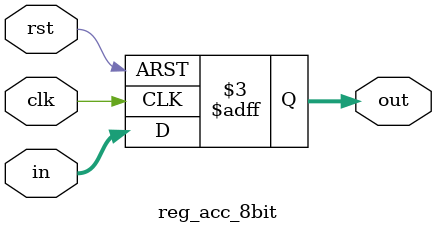
<source format=v>
module reg_acc_8bit (in, rst, clk, out);

    input [7:0] in;
    input rst, clk;
    output reg [7:0] out;

    initial begin
        out = 0;
    end

    always @(posedge clk or posedge rst ) begin
        if(rst)
        begin
            out <= 0;
        end

        else    begin
            out <= in;

        end   
    end
     
endmodule
</source>
